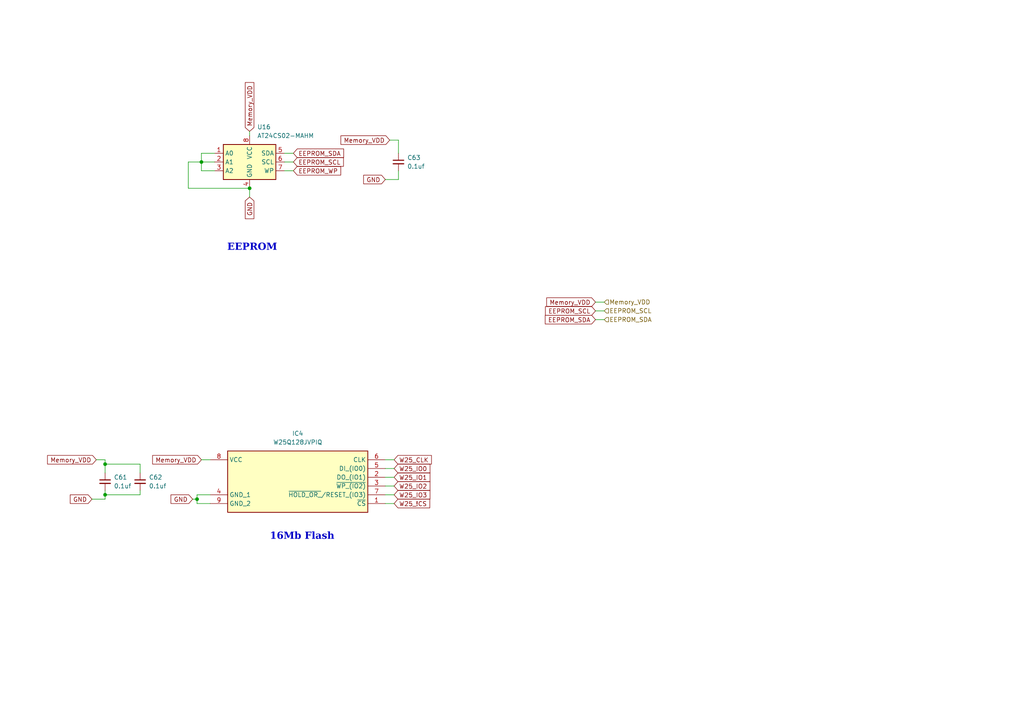
<source format=kicad_sch>
(kicad_sch
	(version 20231120)
	(generator "eeschema")
	(generator_version "8.0")
	(uuid "13a95b9e-d215-43be-aa90-d56cd8570c2a")
	(paper "A4")
	(lib_symbols
		(symbol "Device:C_Small"
			(pin_numbers hide)
			(pin_names
				(offset 0.254) hide)
			(exclude_from_sim no)
			(in_bom yes)
			(on_board yes)
			(property "Reference" "C"
				(at 0.254 1.778 0)
				(effects
					(font
						(size 1.27 1.27)
					)
					(justify left)
				)
			)
			(property "Value" "C_Small"
				(at 0.254 -2.032 0)
				(effects
					(font
						(size 1.27 1.27)
					)
					(justify left)
				)
			)
			(property "Footprint" ""
				(at 0 0 0)
				(effects
					(font
						(size 1.27 1.27)
					)
					(hide yes)
				)
			)
			(property "Datasheet" "~"
				(at 0 0 0)
				(effects
					(font
						(size 1.27 1.27)
					)
					(hide yes)
				)
			)
			(property "Description" "Unpolarized capacitor, small symbol"
				(at 0 0 0)
				(effects
					(font
						(size 1.27 1.27)
					)
					(hide yes)
				)
			)
			(property "ki_keywords" "capacitor cap"
				(at 0 0 0)
				(effects
					(font
						(size 1.27 1.27)
					)
					(hide yes)
				)
			)
			(property "ki_fp_filters" "C_*"
				(at 0 0 0)
				(effects
					(font
						(size 1.27 1.27)
					)
					(hide yes)
				)
			)
			(symbol "C_Small_0_1"
				(polyline
					(pts
						(xy -1.524 -0.508) (xy 1.524 -0.508)
					)
					(stroke
						(width 0.3302)
						(type default)
					)
					(fill
						(type none)
					)
				)
				(polyline
					(pts
						(xy -1.524 0.508) (xy 1.524 0.508)
					)
					(stroke
						(width 0.3048)
						(type default)
					)
					(fill
						(type none)
					)
				)
			)
			(symbol "C_Small_1_1"
				(pin passive line
					(at 0 2.54 270)
					(length 2.032)
					(name "~"
						(effects
							(font
								(size 1.27 1.27)
							)
						)
					)
					(number "1"
						(effects
							(font
								(size 1.27 1.27)
							)
						)
					)
				)
				(pin passive line
					(at 0 -2.54 90)
					(length 2.032)
					(name "~"
						(effects
							(font
								(size 1.27 1.27)
							)
						)
					)
					(number "2"
						(effects
							(font
								(size 1.27 1.27)
							)
						)
					)
				)
			)
		)
		(symbol "Memory_EEPROM:AT24CS02-MAHM"
			(exclude_from_sim no)
			(in_bom yes)
			(on_board yes)
			(property "Reference" "U"
				(at -7.62 6.35 0)
				(effects
					(font
						(size 1.27 1.27)
					)
				)
			)
			(property "Value" "AT24CS02-MAHM"
				(at 2.54 -6.35 0)
				(effects
					(font
						(size 1.27 1.27)
					)
					(justify left)
				)
			)
			(property "Footprint" "Package_DFN_QFN:DFN-8-1EP_3x2mm_P0.5mm_EP1.3x1.5mm"
				(at 0 0 0)
				(effects
					(font
						(size 1.27 1.27)
					)
					(hide yes)
				)
			)
			(property "Datasheet" "http://ww1.microchip.com/downloads/en/DeviceDoc/Atmel-8815-SEEPROM-AT24CS01-02-Datasheet.pdf"
				(at 0 0 0)
				(effects
					(font
						(size 1.27 1.27)
					)
					(hide yes)
				)
			)
			(property "Description" "I2C Serial EEPROM, 2Kb (256x8) with Unique Serial Number, UDFN8"
				(at 0 0 0)
				(effects
					(font
						(size 1.27 1.27)
					)
					(hide yes)
				)
			)
			(property "ki_keywords" "I2C Serial EEPROM Nonvolatile Memory"
				(at 0 0 0)
				(effects
					(font
						(size 1.27 1.27)
					)
					(hide yes)
				)
			)
			(property "ki_fp_filters" "DFN*3x2mm*P0.5mm*"
				(at 0 0 0)
				(effects
					(font
						(size 1.27 1.27)
					)
					(hide yes)
				)
			)
			(symbol "AT24CS02-MAHM_1_1"
				(rectangle
					(start -7.62 5.08)
					(end 7.62 -5.08)
					(stroke
						(width 0.254)
						(type default)
					)
					(fill
						(type background)
					)
				)
				(pin input line
					(at -10.16 2.54 0)
					(length 2.54)
					(name "A0"
						(effects
							(font
								(size 1.27 1.27)
							)
						)
					)
					(number "1"
						(effects
							(font
								(size 1.27 1.27)
							)
						)
					)
				)
				(pin input line
					(at -10.16 0 0)
					(length 2.54)
					(name "A1"
						(effects
							(font
								(size 1.27 1.27)
							)
						)
					)
					(number "2"
						(effects
							(font
								(size 1.27 1.27)
							)
						)
					)
				)
				(pin input line
					(at -10.16 -2.54 0)
					(length 2.54)
					(name "A2"
						(effects
							(font
								(size 1.27 1.27)
							)
						)
					)
					(number "3"
						(effects
							(font
								(size 1.27 1.27)
							)
						)
					)
				)
				(pin power_in line
					(at 0 -7.62 90)
					(length 2.54)
					(name "GND"
						(effects
							(font
								(size 1.27 1.27)
							)
						)
					)
					(number "4"
						(effects
							(font
								(size 1.27 1.27)
							)
						)
					)
				)
				(pin bidirectional line
					(at 10.16 2.54 180)
					(length 2.54)
					(name "SDA"
						(effects
							(font
								(size 1.27 1.27)
							)
						)
					)
					(number "5"
						(effects
							(font
								(size 1.27 1.27)
							)
						)
					)
				)
				(pin input line
					(at 10.16 0 180)
					(length 2.54)
					(name "SCL"
						(effects
							(font
								(size 1.27 1.27)
							)
						)
					)
					(number "6"
						(effects
							(font
								(size 1.27 1.27)
							)
						)
					)
				)
				(pin input line
					(at 10.16 -2.54 180)
					(length 2.54)
					(name "WP"
						(effects
							(font
								(size 1.27 1.27)
							)
						)
					)
					(number "7"
						(effects
							(font
								(size 1.27 1.27)
							)
						)
					)
				)
				(pin power_in line
					(at 0 7.62 270)
					(length 2.54)
					(name "VCC"
						(effects
							(font
								(size 1.27 1.27)
							)
						)
					)
					(number "8"
						(effects
							(font
								(size 1.27 1.27)
							)
						)
					)
				)
			)
		)
		(symbol "W25Q128JVPIQ:W25Q128JVPIQ"
			(exclude_from_sim no)
			(in_bom yes)
			(on_board yes)
			(property "Reference" "IC"
				(at 46.99 7.62 0)
				(effects
					(font
						(size 1.27 1.27)
					)
					(justify left top)
				)
			)
			(property "Value" "W25Q128JVPIQ"
				(at 46.99 5.08 0)
				(effects
					(font
						(size 1.27 1.27)
					)
					(justify left top)
				)
			)
			(property "Footprint" "SON127P600X500X80-9N-D"
				(at 46.99 -94.92 0)
				(effects
					(font
						(size 1.27 1.27)
					)
					(justify left top)
					(hide yes)
				)
			)
			(property "Datasheet" "https://www.winbond.com/hq/search-resource-file.jsp?partNo=W25Q128JVPIQ&type=datasheet"
				(at 46.99 -194.92 0)
				(effects
					(font
						(size 1.27 1.27)
					)
					(justify left top)
					(hide yes)
				)
			)
			(property "Description" "128M-bit Serial Flash Memory with uniform 4KB sectors and Dual/Quad SPI"
				(at 0 0 0)
				(effects
					(font
						(size 1.27 1.27)
					)
					(hide yes)
				)
			)
			(property "Height" "0.8"
				(at 46.99 -394.92 0)
				(effects
					(font
						(size 1.27 1.27)
					)
					(justify left top)
					(hide yes)
				)
			)
			(property "Manufacturer_Name" "Winbond"
				(at 46.99 -494.92 0)
				(effects
					(font
						(size 1.27 1.27)
					)
					(justify left top)
					(hide yes)
				)
			)
			(property "Manufacturer_Part_Number" "W25Q128JVPIQ"
				(at 46.99 -594.92 0)
				(effects
					(font
						(size 1.27 1.27)
					)
					(justify left top)
					(hide yes)
				)
			)
			(property "Mouser Part Number" "454-W25Q128JVPIQ"
				(at 46.99 -694.92 0)
				(effects
					(font
						(size 1.27 1.27)
					)
					(justify left top)
					(hide yes)
				)
			)
			(property "Mouser Price/Stock" "https://www.mouser.co.uk/ProductDetail/Winbond/W25Q128JVPIQ?qs=qSfuJ%252Bfl%2Fd676hAD%252B1JSfw%3D%3D"
				(at 46.99 -794.92 0)
				(effects
					(font
						(size 1.27 1.27)
					)
					(justify left top)
					(hide yes)
				)
			)
			(property "Arrow Part Number" "W25Q128JVPIQ"
				(at 46.99 -894.92 0)
				(effects
					(font
						(size 1.27 1.27)
					)
					(justify left top)
					(hide yes)
				)
			)
			(property "Arrow Price/Stock" "https://www.arrow.com/en/products/w25q128jvpiq/winbond-electronics?region=nac"
				(at 46.99 -994.92 0)
				(effects
					(font
						(size 1.27 1.27)
					)
					(justify left top)
					(hide yes)
				)
			)
			(symbol "W25Q128JVPIQ_1_1"
				(rectangle
					(start 5.08 2.54)
					(end 45.72 -15.24)
					(stroke
						(width 0.254)
						(type default)
					)
					(fill
						(type background)
					)
				)
				(pin passive line
					(at 50.8 -12.7 180)
					(length 5.08)
					(name "~{CS}"
						(effects
							(font
								(size 1.27 1.27)
							)
						)
					)
					(number "1"
						(effects
							(font
								(size 1.27 1.27)
							)
						)
					)
				)
				(pin passive line
					(at 50.8 -5.08 180)
					(length 5.08)
					(name "DO_(IO1)"
						(effects
							(font
								(size 1.27 1.27)
							)
						)
					)
					(number "2"
						(effects
							(font
								(size 1.27 1.27)
							)
						)
					)
				)
				(pin passive line
					(at 50.8 -7.62 180)
					(length 5.08)
					(name "~{WP_(IO2)}"
						(effects
							(font
								(size 1.27 1.27)
							)
						)
					)
					(number "3"
						(effects
							(font
								(size 1.27 1.27)
							)
						)
					)
				)
				(pin passive line
					(at 0 -10.16 0)
					(length 5.08)
					(name "GND_1"
						(effects
							(font
								(size 1.27 1.27)
							)
						)
					)
					(number "4"
						(effects
							(font
								(size 1.27 1.27)
							)
						)
					)
				)
				(pin passive line
					(at 50.8 -2.54 180)
					(length 5.08)
					(name "DI_(IO0)"
						(effects
							(font
								(size 1.27 1.27)
							)
						)
					)
					(number "5"
						(effects
							(font
								(size 1.27 1.27)
							)
						)
					)
				)
				(pin passive line
					(at 50.8 0 180)
					(length 5.08)
					(name "CLK"
						(effects
							(font
								(size 1.27 1.27)
							)
						)
					)
					(number "6"
						(effects
							(font
								(size 1.27 1.27)
							)
						)
					)
				)
				(pin passive line
					(at 50.8 -10.16 180)
					(length 5.08)
					(name "~{HOLD_OR_}/RESET_(IO3)"
						(effects
							(font
								(size 1.27 1.27)
							)
						)
					)
					(number "7"
						(effects
							(font
								(size 1.27 1.27)
							)
						)
					)
				)
				(pin passive line
					(at 0 0 0)
					(length 5.08)
					(name "VCC"
						(effects
							(font
								(size 1.27 1.27)
							)
						)
					)
					(number "8"
						(effects
							(font
								(size 1.27 1.27)
							)
						)
					)
				)
				(pin passive line
					(at 0 -12.7 0)
					(length 5.08)
					(name "GND_2"
						(effects
							(font
								(size 1.27 1.27)
							)
						)
					)
					(number "9"
						(effects
							(font
								(size 1.27 1.27)
							)
						)
					)
				)
			)
		)
	)
	(junction
		(at 30.48 134.62)
		(diameter 0)
		(color 0 0 0 0)
		(uuid "1e2947e0-8a17-4035-9a93-7278ffed9c2b")
	)
	(junction
		(at 72.39 54.61)
		(diameter 0)
		(color 0 0 0 0)
		(uuid "75155bce-8538-4564-be75-745f807306a8")
	)
	(junction
		(at 57.15 144.78)
		(diameter 0)
		(color 0 0 0 0)
		(uuid "9dfce78a-a5ee-43f2-89a3-44a12a88df4b")
	)
	(junction
		(at 30.48 143.51)
		(diameter 0)
		(color 0 0 0 0)
		(uuid "a3db3be3-29e2-4ef8-b4f2-e0d90c4aad14")
	)
	(junction
		(at 58.42 46.99)
		(diameter 0)
		(color 0 0 0 0)
		(uuid "b81e2aa5-009c-4db6-8947-96eb6f2b6647")
	)
	(wire
		(pts
			(xy 30.48 133.35) (xy 30.48 134.62)
		)
		(stroke
			(width 0)
			(type default)
		)
		(uuid "04c0eedb-0ff9-4f25-99c9-0aaa271a52cc")
	)
	(wire
		(pts
			(xy 26.67 144.78) (xy 30.48 144.78)
		)
		(stroke
			(width 0)
			(type default)
		)
		(uuid "08c448ca-d32b-49d2-8f1a-6e5d78324fee")
	)
	(wire
		(pts
			(xy 30.48 143.51) (xy 40.64 143.51)
		)
		(stroke
			(width 0)
			(type default)
		)
		(uuid "0e3a9ebb-e2c9-43b2-9cb5-7f4122c93143")
	)
	(wire
		(pts
			(xy 172.72 90.17) (xy 175.26 90.17)
		)
		(stroke
			(width 0)
			(type default)
		)
		(uuid "151f93e5-db07-45c9-83fc-81dce88ab9f0")
	)
	(wire
		(pts
			(xy 30.48 134.62) (xy 40.64 134.62)
		)
		(stroke
			(width 0)
			(type default)
		)
		(uuid "1558e1fa-bd20-4a5a-b488-90d719b9fc8a")
	)
	(wire
		(pts
			(xy 111.76 52.07) (xy 115.57 52.07)
		)
		(stroke
			(width 0)
			(type default)
		)
		(uuid "1772442f-204a-430e-9b52-a6c812413564")
	)
	(wire
		(pts
			(xy 82.55 44.45) (xy 85.09 44.45)
		)
		(stroke
			(width 0)
			(type default)
		)
		(uuid "21056ac6-b10e-48ea-be1e-58994539f59a")
	)
	(wire
		(pts
			(xy 58.42 46.99) (xy 54.61 46.99)
		)
		(stroke
			(width 0)
			(type default)
		)
		(uuid "23421c73-8a5d-416e-8b20-a2f501660882")
	)
	(wire
		(pts
			(xy 172.72 92.71) (xy 175.26 92.71)
		)
		(stroke
			(width 0)
			(type default)
		)
		(uuid "28866c6a-67e5-4387-afc4-99a90fe75f2a")
	)
	(wire
		(pts
			(xy 27.94 133.35) (xy 30.48 133.35)
		)
		(stroke
			(width 0)
			(type default)
		)
		(uuid "28899bf5-a150-41a3-86ea-48fab46ef208")
	)
	(wire
		(pts
			(xy 111.76 135.89) (xy 114.3 135.89)
		)
		(stroke
			(width 0)
			(type default)
		)
		(uuid "32f107a0-7553-4634-b9b4-d11811737d08")
	)
	(wire
		(pts
			(xy 55.88 144.78) (xy 57.15 144.78)
		)
		(stroke
			(width 0)
			(type default)
		)
		(uuid "33ed106d-4d7a-4470-a3c5-37ed0987fa7f")
	)
	(wire
		(pts
			(xy 54.61 46.99) (xy 54.61 54.61)
		)
		(stroke
			(width 0)
			(type default)
		)
		(uuid "3cab03fe-16dd-4c62-90a1-c52c7a3c75dd")
	)
	(wire
		(pts
			(xy 72.39 54.61) (xy 72.39 57.15)
		)
		(stroke
			(width 0)
			(type default)
		)
		(uuid "3f6ddd02-f42e-4bf8-b689-8e4a8516f3d1")
	)
	(wire
		(pts
			(xy 58.42 49.53) (xy 62.23 49.53)
		)
		(stroke
			(width 0)
			(type default)
		)
		(uuid "440080ef-3287-4b3a-81ee-1b6537188214")
	)
	(wire
		(pts
			(xy 111.76 138.43) (xy 114.3 138.43)
		)
		(stroke
			(width 0)
			(type default)
		)
		(uuid "59e7ed7a-1e2d-4fe6-ba23-46ebe9b2a0ff")
	)
	(wire
		(pts
			(xy 111.76 140.97) (xy 114.3 140.97)
		)
		(stroke
			(width 0)
			(type default)
		)
		(uuid "615139dd-792a-42d2-8a26-9fdf64007177")
	)
	(wire
		(pts
			(xy 57.15 143.51) (xy 57.15 144.78)
		)
		(stroke
			(width 0)
			(type default)
		)
		(uuid "62498bcb-8ab8-470a-a168-95c450365831")
	)
	(wire
		(pts
			(xy 82.55 49.53) (xy 85.09 49.53)
		)
		(stroke
			(width 0)
			(type default)
		)
		(uuid "649bcc4a-1e42-4743-96f2-a533e09f16e1")
	)
	(wire
		(pts
			(xy 30.48 143.51) (xy 30.48 142.24)
		)
		(stroke
			(width 0)
			(type default)
		)
		(uuid "6556df5a-304d-4edc-a339-d256af5b4b5c")
	)
	(wire
		(pts
			(xy 54.61 54.61) (xy 72.39 54.61)
		)
		(stroke
			(width 0)
			(type default)
		)
		(uuid "70b168c4-3d54-42fe-87ec-0e0b4f17a966")
	)
	(wire
		(pts
			(xy 62.23 44.45) (xy 58.42 44.45)
		)
		(stroke
			(width 0)
			(type default)
		)
		(uuid "7572bd36-be12-4d89-9305-ea1142c5081e")
	)
	(wire
		(pts
			(xy 40.64 134.62) (xy 40.64 137.16)
		)
		(stroke
			(width 0)
			(type default)
		)
		(uuid "7ac2a4a3-d34a-4023-ba1e-6549d451d83c")
	)
	(wire
		(pts
			(xy 115.57 52.07) (xy 115.57 49.53)
		)
		(stroke
			(width 0)
			(type default)
		)
		(uuid "819dca5f-ca13-4073-a87d-e33320d0cbeb")
	)
	(wire
		(pts
			(xy 30.48 134.62) (xy 30.48 137.16)
		)
		(stroke
			(width 0)
			(type default)
		)
		(uuid "839e41f8-ff4a-4e91-9717-5ba09f8f09fe")
	)
	(wire
		(pts
			(xy 58.42 44.45) (xy 58.42 46.99)
		)
		(stroke
			(width 0)
			(type default)
		)
		(uuid "a47e36fb-a6f2-45f9-aa02-a117e766c476")
	)
	(wire
		(pts
			(xy 30.48 144.78) (xy 30.48 143.51)
		)
		(stroke
			(width 0)
			(type default)
		)
		(uuid "abdbb74f-c685-4cdc-b76b-9dcbed150e14")
	)
	(wire
		(pts
			(xy 115.57 40.64) (xy 115.57 44.45)
		)
		(stroke
			(width 0)
			(type default)
		)
		(uuid "aee83e10-0c1e-44db-bc63-e4af56076b4f")
	)
	(wire
		(pts
			(xy 113.03 40.64) (xy 115.57 40.64)
		)
		(stroke
			(width 0)
			(type default)
		)
		(uuid "b6bf311f-0586-4b12-9b15-afc0c4f34fc9")
	)
	(wire
		(pts
			(xy 40.64 143.51) (xy 40.64 142.24)
		)
		(stroke
			(width 0)
			(type default)
		)
		(uuid "c05862fd-2409-4fc3-a76f-751d102bc009")
	)
	(wire
		(pts
			(xy 58.42 46.99) (xy 62.23 46.99)
		)
		(stroke
			(width 0)
			(type default)
		)
		(uuid "c37fd0af-6ea3-484c-b0b3-854f7b66ac36")
	)
	(wire
		(pts
			(xy 111.76 143.51) (xy 114.3 143.51)
		)
		(stroke
			(width 0)
			(type default)
		)
		(uuid "c52e6f1a-819a-4bfb-bbd7-915ed01c000e")
	)
	(wire
		(pts
			(xy 111.76 133.35) (xy 114.3 133.35)
		)
		(stroke
			(width 0)
			(type default)
		)
		(uuid "c7847f58-dad5-493e-94fb-f67c7f9b2881")
	)
	(wire
		(pts
			(xy 57.15 146.05) (xy 60.96 146.05)
		)
		(stroke
			(width 0)
			(type default)
		)
		(uuid "cb69f52b-d848-4ba9-8ebd-bc542b3dc3c7")
	)
	(wire
		(pts
			(xy 72.39 38.1) (xy 72.39 39.37)
		)
		(stroke
			(width 0)
			(type default)
		)
		(uuid "ce0114d4-f541-48c5-aef8-66dbc1df9461")
	)
	(wire
		(pts
			(xy 58.42 46.99) (xy 58.42 49.53)
		)
		(stroke
			(width 0)
			(type default)
		)
		(uuid "d9109796-76bf-4f3d-94aa-d8bd618f1edd")
	)
	(wire
		(pts
			(xy 57.15 143.51) (xy 60.96 143.51)
		)
		(stroke
			(width 0)
			(type default)
		)
		(uuid "db99dab6-74b1-4192-a110-f56f4aa8e8bc")
	)
	(wire
		(pts
			(xy 57.15 144.78) (xy 57.15 146.05)
		)
		(stroke
			(width 0)
			(type default)
		)
		(uuid "e0d6c238-2d4d-4183-9497-5e7f2b946ef9")
	)
	(wire
		(pts
			(xy 58.42 133.35) (xy 60.96 133.35)
		)
		(stroke
			(width 0)
			(type default)
		)
		(uuid "eb62d221-d9bf-47f6-9d83-470693266718")
	)
	(wire
		(pts
			(xy 172.72 87.63) (xy 175.26 87.63)
		)
		(stroke
			(width 0)
			(type default)
		)
		(uuid "f0bec551-ac95-4cb1-9da1-80920943b8b6")
	)
	(wire
		(pts
			(xy 82.55 46.99) (xy 85.09 46.99)
		)
		(stroke
			(width 0)
			(type default)
		)
		(uuid "fcbd2cab-f405-40b7-8b87-3efc8070449a")
	)
	(wire
		(pts
			(xy 111.76 146.05) (xy 114.3 146.05)
		)
		(stroke
			(width 0)
			(type default)
		)
		(uuid "ff45ce27-e661-485c-92dd-183aaeba8609")
	)
	(text "16Mb Flash"
		(exclude_from_sim no)
		(at 87.63 156.21 0)
		(effects
			(font
				(face "Times New Roman")
				(size 2.032 2.032)
				(thickness 0.254)
				(bold yes)
			)
		)
		(uuid "496db985-8856-4679-acb1-5e4b069ea5b7")
	)
	(text "EEPROM"
		(exclude_from_sim no)
		(at 73.152 72.39 0)
		(effects
			(font
				(face "Times New Roman")
				(size 2.032 2.032)
				(thickness 0.254)
				(bold yes)
			)
		)
		(uuid "5333ee5e-ed87-4e37-bbcc-6c2091ba8c3e")
	)
	(global_label "GND"
		(shape input)
		(at 111.76 52.07 180)
		(fields_autoplaced yes)
		(effects
			(font
				(size 1.27 1.27)
			)
			(justify right)
		)
		(uuid "0d05b837-376e-4ef9-b72f-02f95911dbf2")
		(property "Intersheetrefs" "${INTERSHEET_REFS}"
			(at 104.9043 52.07 0)
			(effects
				(font
					(size 1.27 1.27)
				)
				(justify right)
				(hide yes)
			)
		)
	)
	(global_label "EEPROM_SCL"
		(shape input)
		(at 85.09 46.99 0)
		(fields_autoplaced yes)
		(effects
			(font
				(size 1.27 1.27)
			)
			(justify left)
		)
		(uuid "1bf568e5-bf13-4809-8136-56093e9220fb")
		(property "Intersheetrefs" "${INTERSHEET_REFS}"
			(at 100.1703 46.99 0)
			(effects
				(font
					(size 1.27 1.27)
				)
				(justify left)
				(hide yes)
			)
		)
	)
	(global_label "Memory_VDD"
		(shape input)
		(at 113.03 40.64 180)
		(fields_autoplaced yes)
		(effects
			(font
				(size 1.27 1.27)
			)
			(justify right)
		)
		(uuid "33281ea3-cf98-44fa-86ab-d522c200a527")
		(property "Intersheetrefs" "${INTERSHEET_REFS}"
			(at 98.3125 40.64 0)
			(effects
				(font
					(size 1.27 1.27)
				)
				(justify right)
				(hide yes)
			)
		)
	)
	(global_label "GND"
		(shape input)
		(at 72.39 57.15 270)
		(fields_autoplaced yes)
		(effects
			(font
				(size 1.27 1.27)
			)
			(justify right)
		)
		(uuid "36cbc233-4085-43e0-8e03-3f53a65c1375")
		(property "Intersheetrefs" "${INTERSHEET_REFS}"
			(at 72.39 64.0057 90)
			(effects
				(font
					(size 1.27 1.27)
				)
				(justify right)
				(hide yes)
			)
		)
	)
	(global_label "Memory_VDD"
		(shape input)
		(at 172.72 87.63 180)
		(fields_autoplaced yes)
		(effects
			(font
				(size 1.27 1.27)
			)
			(justify right)
		)
		(uuid "546051c3-63ef-403c-bc16-75b6f3576a07")
		(property "Intersheetrefs" "${INTERSHEET_REFS}"
			(at 158.0025 87.63 0)
			(effects
				(font
					(size 1.27 1.27)
				)
				(justify right)
				(hide yes)
			)
		)
	)
	(global_label "Memory_VDD"
		(shape input)
		(at 72.39 38.1 90)
		(fields_autoplaced yes)
		(effects
			(font
				(size 1.27 1.27)
			)
			(justify left)
		)
		(uuid "59b42716-fea4-4c20-bbaf-3812d896011b")
		(property "Intersheetrefs" "${INTERSHEET_REFS}"
			(at 72.39 23.3825 90)
			(effects
				(font
					(size 1.27 1.27)
				)
				(justify left)
				(hide yes)
			)
		)
	)
	(global_label "EEPROM_SDA"
		(shape input)
		(at 85.09 44.45 0)
		(fields_autoplaced yes)
		(effects
			(font
				(size 1.27 1.27)
			)
			(justify left)
		)
		(uuid "65bec846-bf04-4956-882b-49c4a8f81ca5")
		(property "Intersheetrefs" "${INTERSHEET_REFS}"
			(at 100.2308 44.45 0)
			(effects
				(font
					(size 1.27 1.27)
				)
				(justify left)
				(hide yes)
			)
		)
	)
	(global_label "EEPROM_SDA"
		(shape input)
		(at 172.72 92.71 180)
		(fields_autoplaced yes)
		(effects
			(font
				(size 1.27 1.27)
			)
			(justify right)
		)
		(uuid "6975ab7c-edb4-4eb4-a2ca-8005ba14ecc7")
		(property "Intersheetrefs" "${INTERSHEET_REFS}"
			(at 157.5792 92.71 0)
			(effects
				(font
					(size 1.27 1.27)
				)
				(justify right)
				(hide yes)
			)
		)
	)
	(global_label "Memory_VDD"
		(shape input)
		(at 27.94 133.35 180)
		(fields_autoplaced yes)
		(effects
			(font
				(size 1.27 1.27)
			)
			(justify right)
		)
		(uuid "87c349f9-4669-47b0-b826-ae3da85adf91")
		(property "Intersheetrefs" "${INTERSHEET_REFS}"
			(at 13.2225 133.35 0)
			(effects
				(font
					(size 1.27 1.27)
				)
				(justify right)
				(hide yes)
			)
		)
	)
	(global_label "GND"
		(shape input)
		(at 55.88 144.78 180)
		(fields_autoplaced yes)
		(effects
			(font
				(size 1.27 1.27)
			)
			(justify right)
		)
		(uuid "8a464d76-0e92-45e1-9851-e4e83c1ce186")
		(property "Intersheetrefs" "${INTERSHEET_REFS}"
			(at 49.0243 144.78 0)
			(effects
				(font
					(size 1.27 1.27)
				)
				(justify right)
				(hide yes)
			)
		)
	)
	(global_label "W25_CLK"
		(shape input)
		(at 114.3 133.35 0)
		(fields_autoplaced yes)
		(effects
			(font
				(size 1.27 1.27)
			)
			(justify left)
		)
		(uuid "abb2b151-1a03-43ad-98ce-c5580ad4f42f")
		(property "Intersheetrefs" "${INTERSHEET_REFS}"
			(at 125.6913 133.35 0)
			(effects
				(font
					(size 1.27 1.27)
				)
				(justify left)
				(hide yes)
			)
		)
	)
	(global_label "W25_IO3"
		(shape input)
		(at 114.3 143.51 0)
		(fields_autoplaced yes)
		(effects
			(font
				(size 1.27 1.27)
			)
			(justify left)
		)
		(uuid "adf19ab0-7579-4777-99e9-3aa2a28681e2")
		(property "Intersheetrefs" "${INTERSHEET_REFS}"
			(at 125.268 143.51 0)
			(effects
				(font
					(size 1.27 1.27)
				)
				(justify left)
				(hide yes)
			)
		)
	)
	(global_label "Memory_VDD"
		(shape input)
		(at 58.42 133.35 180)
		(fields_autoplaced yes)
		(effects
			(font
				(size 1.27 1.27)
			)
			(justify right)
		)
		(uuid "cc6de1d7-5b8e-4ec7-aab8-ea7beac1f715")
		(property "Intersheetrefs" "${INTERSHEET_REFS}"
			(at 43.7025 133.35 0)
			(effects
				(font
					(size 1.27 1.27)
				)
				(justify right)
				(hide yes)
			)
		)
	)
	(global_label "EEPROM_SCL"
		(shape input)
		(at 172.72 90.17 180)
		(fields_autoplaced yes)
		(effects
			(font
				(size 1.27 1.27)
			)
			(justify right)
		)
		(uuid "d642f59c-16ff-4390-8266-db6fce73e375")
		(property "Intersheetrefs" "${INTERSHEET_REFS}"
			(at 157.6397 90.17 0)
			(effects
				(font
					(size 1.27 1.27)
				)
				(justify right)
				(hide yes)
			)
		)
	)
	(global_label "W25_!CS"
		(shape input)
		(at 114.3 146.05 0)
		(fields_autoplaced yes)
		(effects
			(font
				(size 1.27 1.27)
			)
			(justify left)
		)
		(uuid "dca9db0e-0760-440e-bee5-ed5c1c888c50")
		(property "Intersheetrefs" "${INTERSHEET_REFS}"
			(at 125.2075 146.05 0)
			(effects
				(font
					(size 1.27 1.27)
				)
				(justify left)
				(hide yes)
			)
		)
	)
	(global_label "W25_IO2"
		(shape input)
		(at 114.3 140.97 0)
		(fields_autoplaced yes)
		(effects
			(font
				(size 1.27 1.27)
			)
			(justify left)
		)
		(uuid "e9e60ac7-2f1d-4a45-a281-ff1026099249")
		(property "Intersheetrefs" "${INTERSHEET_REFS}"
			(at 125.268 140.97 0)
			(effects
				(font
					(size 1.27 1.27)
				)
				(justify left)
				(hide yes)
			)
		)
	)
	(global_label "EEPROM_WP"
		(shape input)
		(at 85.09 49.53 0)
		(fields_autoplaced yes)
		(effects
			(font
				(size 1.27 1.27)
			)
			(justify left)
		)
		(uuid "eab8c1ae-d83d-406a-b9b7-74efd4070913")
		(property "Intersheetrefs" "${INTERSHEET_REFS}"
			(at 99.3841 49.53 0)
			(effects
				(font
					(size 1.27 1.27)
				)
				(justify left)
				(hide yes)
			)
		)
	)
	(global_label "W25_IO0"
		(shape input)
		(at 114.3 135.89 0)
		(fields_autoplaced yes)
		(effects
			(font
				(size 1.27 1.27)
			)
			(justify left)
		)
		(uuid "f5f4bcba-87b1-4d5c-ba29-a03248b57ca4")
		(property "Intersheetrefs" "${INTERSHEET_REFS}"
			(at 125.268 135.89 0)
			(effects
				(font
					(size 1.27 1.27)
				)
				(justify left)
				(hide yes)
			)
		)
	)
	(global_label "GND"
		(shape input)
		(at 26.67 144.78 180)
		(fields_autoplaced yes)
		(effects
			(font
				(size 1.27 1.27)
			)
			(justify right)
		)
		(uuid "fadd69c2-f147-491e-8b5f-336eaaa1c40c")
		(property "Intersheetrefs" "${INTERSHEET_REFS}"
			(at 19.8143 144.78 0)
			(effects
				(font
					(size 1.27 1.27)
				)
				(justify right)
				(hide yes)
			)
		)
	)
	(global_label "W25_IO1"
		(shape input)
		(at 114.3 138.43 0)
		(fields_autoplaced yes)
		(effects
			(font
				(size 1.27 1.27)
			)
			(justify left)
		)
		(uuid "fd573921-be41-46a1-8f2c-495f22857e5d")
		(property "Intersheetrefs" "${INTERSHEET_REFS}"
			(at 125.268 138.43 0)
			(effects
				(font
					(size 1.27 1.27)
				)
				(justify left)
				(hide yes)
			)
		)
	)
	(hierarchical_label "EEPROM_SCL"
		(shape input)
		(at 175.26 90.17 0)
		(fields_autoplaced yes)
		(effects
			(font
				(size 1.27 1.27)
			)
			(justify left)
		)
		(uuid "2b206c82-996f-4068-bd86-382d3a50091e")
	)
	(hierarchical_label "EEPROM_SDA"
		(shape input)
		(at 175.26 92.71 0)
		(fields_autoplaced yes)
		(effects
			(font
				(size 1.27 1.27)
			)
			(justify left)
		)
		(uuid "3943732e-a33e-4b91-8952-16fd39a640dd")
	)
	(hierarchical_label "Memory_VDD"
		(shape input)
		(at 175.26 87.63 0)
		(fields_autoplaced yes)
		(effects
			(font
				(size 1.27 1.27)
			)
			(justify left)
		)
		(uuid "896ba6b4-f344-4e3a-939d-6f41bba5d0bd")
	)
	(symbol
		(lib_id "Device:C_Small")
		(at 40.64 139.7 0)
		(unit 1)
		(exclude_from_sim no)
		(in_bom yes)
		(on_board yes)
		(dnp no)
		(fields_autoplaced yes)
		(uuid "23adbaa9-76e7-411a-8728-3b578cc43618")
		(property "Reference" "C62"
			(at 43.18 138.4362 0)
			(effects
				(font
					(size 1.27 1.27)
				)
				(justify left)
			)
		)
		(property "Value" "0.1uf"
			(at 43.18 140.9762 0)
			(effects
				(font
					(size 1.27 1.27)
				)
				(justify left)
			)
		)
		(property "Footprint" "Capacitor_SMD:C_0402_1005Metric"
			(at 40.64 139.7 0)
			(effects
				(font
					(size 1.27 1.27)
				)
				(hide yes)
			)
		)
		(property "Datasheet" "~"
			(at 40.64 139.7 0)
			(effects
				(font
					(size 1.27 1.27)
				)
				(hide yes)
			)
		)
		(property "Description" "Unpolarized capacitor, small symbol"
			(at 40.64 139.7 0)
			(effects
				(font
					(size 1.27 1.27)
				)
				(hide yes)
			)
		)
		(pin "2"
			(uuid "9e33a16c-5ed6-4d45-9c0c-b303ed2a9fd7")
		)
		(pin "1"
			(uuid "e2eed46d-5784-4ec0-936e-c15b0f923aa2")
		)
		(instances
			(project "LoRa_Test_Board_11102024"
				(path "/f274131a-e1ed-42df-97df-cac078e17fbc/6846e806-b35d-4413-8d10-2e60e071a870"
					(reference "C62")
					(unit 1)
				)
			)
		)
	)
	(symbol
		(lib_id "Memory_EEPROM:AT24CS02-MAHM")
		(at 72.39 46.99 0)
		(unit 1)
		(exclude_from_sim no)
		(in_bom yes)
		(on_board yes)
		(dnp no)
		(fields_autoplaced yes)
		(uuid "2b094098-0787-4cb1-bce0-519da3b2abb3")
		(property "Reference" "U16"
			(at 74.5841 36.83 0)
			(effects
				(font
					(size 1.27 1.27)
				)
				(justify left)
			)
		)
		(property "Value" "AT24CS02-MAHM"
			(at 74.5841 39.37 0)
			(effects
				(font
					(size 1.27 1.27)
				)
				(justify left)
			)
		)
		(property "Footprint" "Package_DFN_QFN:DFN-8-1EP_3x2mm_P0.5mm_EP1.3x1.5mm"
			(at 72.39 46.99 0)
			(effects
				(font
					(size 1.27 1.27)
				)
				(hide yes)
			)
		)
		(property "Datasheet" "http://ww1.microchip.com/downloads/en/DeviceDoc/Atmel-8815-SEEPROM-AT24CS01-02-Datasheet.pdf"
			(at 72.39 46.99 0)
			(effects
				(font
					(size 1.27 1.27)
				)
				(hide yes)
			)
		)
		(property "Description" "I2C Serial EEPROM, 2Kb (256x8) with Unique Serial Number, UDFN8"
			(at 72.39 46.99 0)
			(effects
				(font
					(size 1.27 1.27)
				)
				(hide yes)
			)
		)
		(pin "1"
			(uuid "3f7bb53c-39d6-4e70-8821-ade6f87e69a2")
		)
		(pin "2"
			(uuid "1c8e4127-5e34-4c53-8093-ae2acd4dcf10")
		)
		(pin "3"
			(uuid "b7ecf978-ffd5-441d-ae15-dc40c1a16f2d")
		)
		(pin "4"
			(uuid "011b53ba-0bd8-42a4-b9b7-58596f5c9a29")
		)
		(pin "5"
			(uuid "1d55bcdd-b599-409c-b734-7277b5aaea24")
		)
		(pin "6"
			(uuid "eb09a81b-e156-4502-b66e-3663242648e8")
		)
		(pin "7"
			(uuid "afe3a921-5700-4527-b94e-fd57979ea1a1")
		)
		(pin "8"
			(uuid "63d28229-4721-4da9-bad9-8ff521ef29e3")
		)
		(instances
			(project "LoRa_Test_Board_11102024"
				(path "/f274131a-e1ed-42df-97df-cac078e17fbc/6846e806-b35d-4413-8d10-2e60e071a870"
					(reference "U16")
					(unit 1)
				)
			)
		)
	)
	(symbol
		(lib_id "W25Q128JVPIQ:W25Q128JVPIQ")
		(at 60.96 133.35 0)
		(unit 1)
		(exclude_from_sim no)
		(in_bom yes)
		(on_board yes)
		(dnp no)
		(fields_autoplaced yes)
		(uuid "5af064e6-ee92-43ec-82e4-b18c40233be6")
		(property "Reference" "IC4"
			(at 86.36 125.73 0)
			(effects
				(font
					(size 1.27 1.27)
				)
			)
		)
		(property "Value" "W25Q128JVPIQ"
			(at 86.36 128.27 0)
			(effects
				(font
					(size 1.27 1.27)
				)
			)
		)
		(property "Footprint" "Footprint:SON127P600X500X80-9N-D"
			(at 107.95 228.27 0)
			(effects
				(font
					(size 1.27 1.27)
				)
				(justify left top)
				(hide yes)
			)
		)
		(property "Datasheet" "https://www.winbond.com/hq/search-resource-file.jsp?partNo=W25Q128JVPIQ&type=datasheet"
			(at 107.95 328.27 0)
			(effects
				(font
					(size 1.27 1.27)
				)
				(justify left top)
				(hide yes)
			)
		)
		(property "Description" "128M-bit Serial Flash Memory with uniform 4KB sectors and Dual/Quad SPI"
			(at 60.96 133.35 0)
			(effects
				(font
					(size 1.27 1.27)
				)
				(hide yes)
			)
		)
		(property "Height" "0.8"
			(at 107.95 528.27 0)
			(effects
				(font
					(size 1.27 1.27)
				)
				(justify left top)
				(hide yes)
			)
		)
		(property "Manufacturer_Name" "Winbond"
			(at 107.95 628.27 0)
			(effects
				(font
					(size 1.27 1.27)
				)
				(justify left top)
				(hide yes)
			)
		)
		(property "Manufacturer_Part_Number" "W25Q128JVPIQ"
			(at 107.95 728.27 0)
			(effects
				(font
					(size 1.27 1.27)
				)
				(justify left top)
				(hide yes)
			)
		)
		(property "Mouser Part Number" "454-W25Q128JVPIQ"
			(at 107.95 828.27 0)
			(effects
				(font
					(size 1.27 1.27)
				)
				(justify left top)
				(hide yes)
			)
		)
		(property "Mouser Price/Stock" "https://www.mouser.co.uk/ProductDetail/Winbond/W25Q128JVPIQ?qs=qSfuJ%252Bfl%2Fd676hAD%252B1JSfw%3D%3D"
			(at 107.95 928.27 0)
			(effects
				(font
					(size 1.27 1.27)
				)
				(justify left top)
				(hide yes)
			)
		)
		(property "Arrow Part Number" "W25Q128JVPIQ"
			(at 107.95 1028.27 0)
			(effects
				(font
					(size 1.27 1.27)
				)
				(justify left top)
				(hide yes)
			)
		)
		(property "Arrow Price/Stock" "https://www.arrow.com/en/products/w25q128jvpiq/winbond-electronics?region=nac"
			(at 107.95 1128.27 0)
			(effects
				(font
					(size 1.27 1.27)
				)
				(justify left top)
				(hide yes)
			)
		)
		(pin "6"
			(uuid "434352e6-d546-465a-8cc6-5ef88e0d1b70")
		)
		(pin "1"
			(uuid "cbdfe39a-d3f6-43b6-ac25-7c3dc8c6512b")
		)
		(pin "3"
			(uuid "505d54d9-c8dd-46c9-ac36-7286b16da159")
		)
		(pin "9"
			(uuid "bf913305-1f08-4586-bda5-a6716f60ba2d")
		)
		(pin "5"
			(uuid "b216e39a-b3e4-4da6-a896-cfc9d2dfc1c1")
		)
		(pin "8"
			(uuid "76fd51ec-fc75-4d53-8e21-22de55fcbc0c")
		)
		(pin "2"
			(uuid "0ab8b93d-44e6-4900-b468-cda9b35f7f96")
		)
		(pin "4"
			(uuid "213e50b0-245b-4e57-8a59-f234584208bf")
		)
		(pin "7"
			(uuid "d04b8090-16b0-4286-b32c-a6789ffe8b52")
		)
		(instances
			(project "LoRa_Test_Board_11102024"
				(path "/f274131a-e1ed-42df-97df-cac078e17fbc/6846e806-b35d-4413-8d10-2e60e071a870"
					(reference "IC4")
					(unit 1)
				)
			)
		)
	)
	(symbol
		(lib_id "Device:C_Small")
		(at 30.48 139.7 0)
		(unit 1)
		(exclude_from_sim no)
		(in_bom yes)
		(on_board yes)
		(dnp no)
		(fields_autoplaced yes)
		(uuid "b76f253c-056e-4ad7-aff4-b87d215cad1c")
		(property "Reference" "C61"
			(at 33.02 138.4362 0)
			(effects
				(font
					(size 1.27 1.27)
				)
				(justify left)
			)
		)
		(property "Value" "0.1uf"
			(at 33.02 140.9762 0)
			(effects
				(font
					(size 1.27 1.27)
				)
				(justify left)
			)
		)
		(property "Footprint" "Capacitor_SMD:C_0402_1005Metric"
			(at 30.48 139.7 0)
			(effects
				(font
					(size 1.27 1.27)
				)
				(hide yes)
			)
		)
		(property "Datasheet" "~"
			(at 30.48 139.7 0)
			(effects
				(font
					(size 1.27 1.27)
				)
				(hide yes)
			)
		)
		(property "Description" "Unpolarized capacitor, small symbol"
			(at 30.48 139.7 0)
			(effects
				(font
					(size 1.27 1.27)
				)
				(hide yes)
			)
		)
		(pin "2"
			(uuid "f06acfff-6429-47f8-852e-3c4ce29eecde")
		)
		(pin "1"
			(uuid "8f873eae-0ea7-4c97-a782-c1ff9783ba91")
		)
		(instances
			(project "LoRa_Test_Board_11102024"
				(path "/f274131a-e1ed-42df-97df-cac078e17fbc/6846e806-b35d-4413-8d10-2e60e071a870"
					(reference "C61")
					(unit 1)
				)
			)
		)
	)
	(symbol
		(lib_id "Device:C_Small")
		(at 115.57 46.99 0)
		(unit 1)
		(exclude_from_sim no)
		(in_bom yes)
		(on_board yes)
		(dnp no)
		(fields_autoplaced yes)
		(uuid "ccdaee3a-4339-43d4-8eb8-8514d3e78125")
		(property "Reference" "C63"
			(at 118.11 45.7262 0)
			(effects
				(font
					(size 1.27 1.27)
				)
				(justify left)
			)
		)
		(property "Value" "0.1uf"
			(at 118.11 48.2662 0)
			(effects
				(font
					(size 1.27 1.27)
				)
				(justify left)
			)
		)
		(property "Footprint" "Capacitor_SMD:C_0402_1005Metric"
			(at 115.57 46.99 0)
			(effects
				(font
					(size 1.27 1.27)
				)
				(hide yes)
			)
		)
		(property "Datasheet" "~"
			(at 115.57 46.99 0)
			(effects
				(font
					(size 1.27 1.27)
				)
				(hide yes)
			)
		)
		(property "Description" "Unpolarized capacitor, small symbol"
			(at 115.57 46.99 0)
			(effects
				(font
					(size 1.27 1.27)
				)
				(hide yes)
			)
		)
		(pin "2"
			(uuid "3b79e79f-42e4-478d-8fe8-2448b6345c2c")
		)
		(pin "1"
			(uuid "aae5d011-0b9e-4d3c-9abb-673c7cae904a")
		)
		(instances
			(project "LoRa_Test_Board_11102024"
				(path "/f274131a-e1ed-42df-97df-cac078e17fbc/6846e806-b35d-4413-8d10-2e60e071a870"
					(reference "C63")
					(unit 1)
				)
			)
		)
	)
)

</source>
